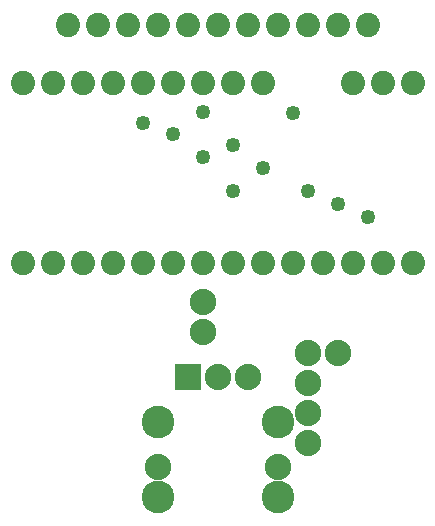
<source format=gbs>
G04 MADE WITH FRITZING*
G04 WWW.FRITZING.ORG*
G04 DOUBLE SIDED*
G04 HOLES PLATED*
G04 CONTOUR ON CENTER OF CONTOUR VECTOR*
%ASAXBY*%
%FSLAX23Y23*%
%MOIN*%
%OFA0B0*%
%SFA1.0B1.0*%
%ADD10C,0.049370*%
%ADD11C,0.080866*%
%ADD12C,0.109055*%
%ADD13C,0.088000*%
%ADD14R,0.088000X0.088000*%
%LNMASK0*%
G90*
G70*
G54D10*
X1150Y1122D03*
X1250Y1078D03*
X1350Y1033D03*
X800Y1383D03*
X600Y1347D03*
X700Y1311D03*
X900Y1275D03*
X1000Y1196D03*
X800Y1233D03*
X900Y1122D03*
X1100Y1379D03*
G54D11*
X1499Y1479D03*
X1399Y1479D03*
X1299Y1479D03*
X999Y1479D03*
X899Y1479D03*
X799Y1479D03*
X699Y1479D03*
X599Y1479D03*
X499Y1479D03*
X399Y1479D03*
X299Y1479D03*
X199Y1479D03*
X1500Y880D03*
X1400Y880D03*
X1300Y880D03*
X1200Y880D03*
X1100Y880D03*
X1000Y880D03*
X900Y880D03*
X800Y880D03*
X700Y880D03*
X600Y880D03*
X500Y880D03*
X400Y880D03*
X300Y880D03*
X200Y880D03*
G54D12*
X1050Y100D03*
X650Y100D03*
X650Y350D03*
G54D13*
X1050Y200D03*
G54D12*
X1050Y350D03*
G54D13*
X650Y200D03*
G54D11*
X350Y1675D03*
X450Y1675D03*
X550Y1675D03*
X650Y1675D03*
X750Y1675D03*
X850Y1675D03*
X950Y1675D03*
X1050Y1675D03*
X1150Y1675D03*
X1250Y1675D03*
X1350Y1675D03*
X350Y1675D03*
X450Y1675D03*
X550Y1675D03*
X650Y1675D03*
X750Y1675D03*
X850Y1675D03*
X950Y1675D03*
X1050Y1675D03*
X1150Y1675D03*
X1250Y1675D03*
X1350Y1675D03*
G54D13*
X800Y750D03*
X800Y650D03*
X1150Y580D03*
X1250Y580D03*
X1150Y280D03*
X1150Y380D03*
X1150Y480D03*
X750Y500D03*
X850Y500D03*
X950Y500D03*
G54D14*
X750Y500D03*
G04 End of Mask0*
M02*
</source>
